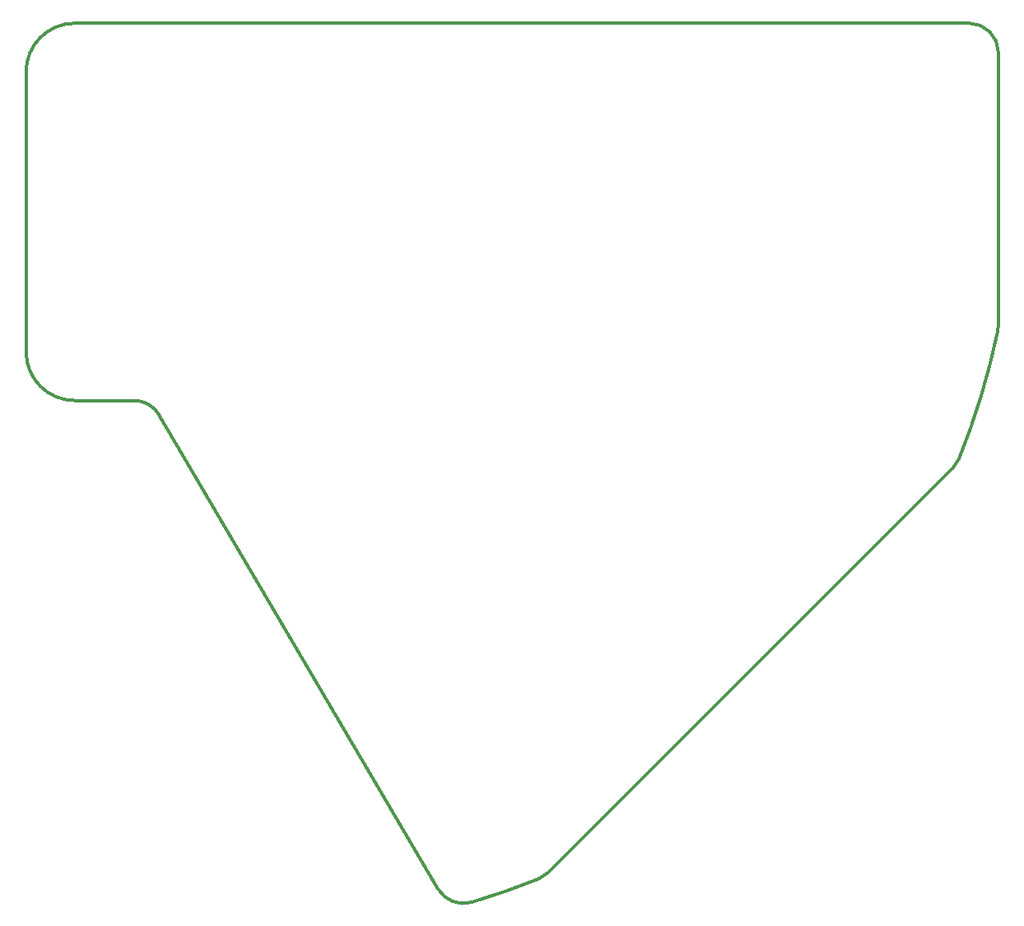
<source format=gbr>
%TF.GenerationSoftware,KiCad,Pcbnew,8.0.0*%
%TF.CreationDate,2024-03-25T03:27:09+00:00*%
%TF.ProjectId,main_PCB_v2,6d61696e-5f50-4434-925f-76322e6b6963,rev?*%
%TF.SameCoordinates,Original*%
%TF.FileFunction,Profile,NP*%
%FSLAX46Y46*%
G04 Gerber Fmt 4.6, Leading zero omitted, Abs format (unit mm)*
G04 Created by KiCad (PCBNEW 8.0.0) date 2024-03-25 03:27:09*
%MOMM*%
%LPD*%
G01*
G04 APERTURE LIST*
%TA.AperFunction,Profile*%
%ADD10C,0.350000*%
%TD*%
G04 APERTURE END LIST*
D10*
%TO.C,OL102*%
X111071506Y-54667109D02*
X111071506Y-83474946D01*
X116071506Y-49667148D02*
X208071498Y-49667148D01*
X122174898Y-88474946D02*
X116071498Y-88474946D01*
X124760551Y-89953643D02*
X124760592Y-89953619D01*
X124760592Y-89953619D02*
X153465167Y-138737459D01*
X156900308Y-140084634D02*
X156900308Y-140084633D01*
X164804838Y-137015649D02*
X206373438Y-95447050D01*
X211071506Y-80735809D02*
X211071506Y-52649209D01*
X111071506Y-54667109D02*
G75*
G02*
X116071506Y-49667148I5000010J-49D01*
G01*
X116071498Y-88474946D02*
G75*
G02*
X111071506Y-83474946I38J5000030D01*
G01*
X122174898Y-88474946D02*
G75*
G02*
X124760551Y-89953643I-14J-3000012D01*
G01*
X156900308Y-140084633D02*
G75*
G02*
X153465165Y-138737460I-853908J2875833D01*
G01*
X163802970Y-137677674D02*
G75*
G02*
X156900308Y-140084634I-29090362J72323943D01*
G01*
X164804838Y-137015649D02*
G75*
G02*
X163802967Y-137677665I-2121538J2121549D01*
G01*
X207035409Y-94445234D02*
G75*
G02*
X206373426Y-95447038I-2783409J1119634D01*
G01*
X208071498Y-49667148D02*
G75*
G02*
X211071497Y-52649209I-98J-3000152D01*
G01*
X211007666Y-81351418D02*
G75*
G02*
X207035410Y-94445234I-76295066J15996115D01*
G01*
X211071506Y-80735809D02*
G75*
G02*
X211007671Y-81351419I-3000406J9D01*
G01*
%TD*%
M02*

</source>
